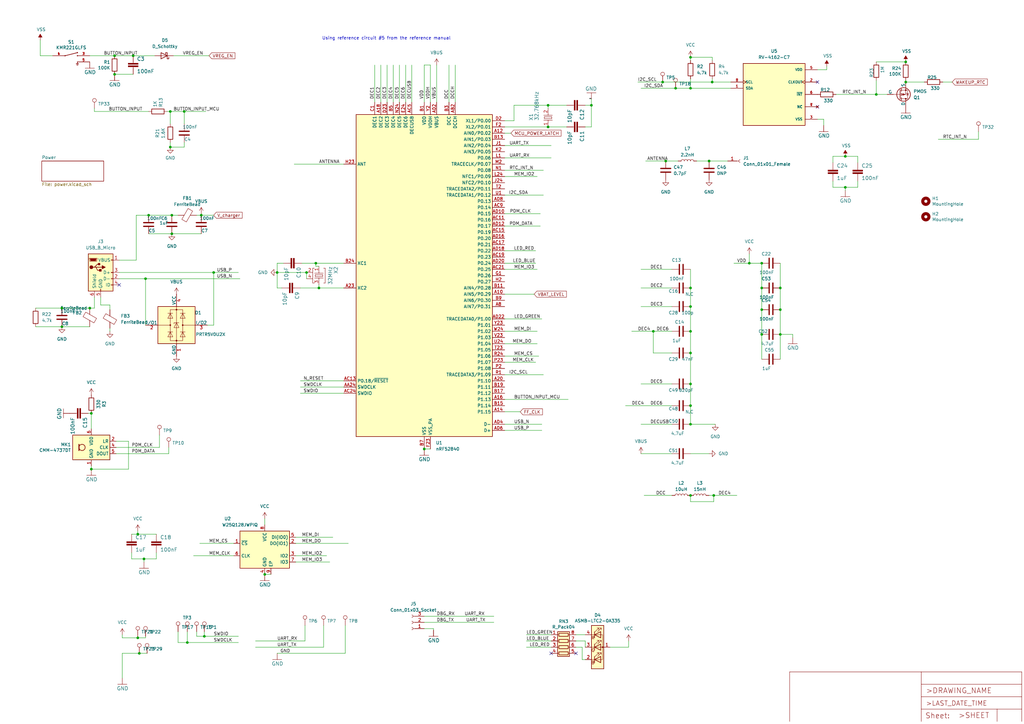
<source format=kicad_sch>
(kicad_sch (version 20230121) (generator eeschema)
  (paper "A3")
  (junction (at 312.42 127))
  (junction (at 312.42 137.16))
  (junction (at 283.21 125.73))
  (junction (at 267.97 135.89))
  (junction (at 75.565 45.72))
  (junction (at 70.485 88.265))
  (junction (at 59.055 229.235))
  (junction (at 320.04 127))
  (junction (at 113.665 111.76))
  (junction (at 57.15 267.97))
  (junction (at 283.21 36.195))
  (junction (at 283.21 144.78))
  (junction (at 36.83 126.365))
  (junction (at 283.21 157.48))
  (junction (at 54.61 22.86))
  (junction (at 60.96 88.265))
  (junction (at 271.78 33.655))
  (junction (at 56.515 219.075))
  (junction (at 346.71 76.835))
  (junction (at 25.4 133.985))
  (junction (at 69.85 45.72))
  (junction (at 371.475 25.4))
  (junction (at 82.55 88.265))
  (junction (at 371.475 33.655))
  (junction (at 242.57 43.18))
  (junction (at 292.735 203.2))
  (junction (at 76.835 263.525))
  (junction (at 320.04 137.16))
  (junction (at 83.82 260.985))
  (junction (at 87.63 111.76))
  (junction (at 277.0887 36.195))
  (junction (at 46.99 22.86))
  (junction (at 273.05 66.04))
  (junction (at 37.465 192.405))
  (junction (at 292.1 33.655))
  (junction (at 25.4 126.365))
  (junction (at 130.81 118.11))
  (junction (at 359.41 38.735))
  (junction (at 290.83 66.04))
  (junction (at 70.485 95.885))
  (junction (at 173.99 184.15))
  (junction (at 312.42 118.11))
  (junction (at 320.04 118.11))
  (junction (at 283.21 23.495))
  (junction (at 46.99 30.48))
  (junction (at 37.465 169.545))
  (junction (at 283.21 118.11))
  (junction (at 69.85 60.325))
  (junction (at 283.21 173.99))
  (junction (at 312.42 107.95))
  (junction (at 307.34 107.95))
  (junction (at 224.79 43.18))
  (junction (at 283.21 166.37))
  (junction (at 224.79 52.07))
  (junction (at 283.21 135.89))
  (junction (at 56.515 261.62))
  (junction (at 125.73 111.76))
  (junction (at 59.69 114.3))
  (junction (at 129.54 107.95))
  (junction (at 108.585 235.585))
  (junction (at 283.21 203.2))
  (junction (at 346.71 64.135))
  (no_connect (at 226.06 267.97))
  (no_connect (at 5.08 -36.83))
  (no_connect (at 236.22 267.97))
  (no_connect (at 48.895 116.84))
  (no_connect (at 335.28 43.815))
  (no_connect (at 335.28 33.655))
  (wire (pts (xy 283.21 166.37) (xy 283.21 173.99)))
  (wire (pts (xy 236.22 265.43) (xy 238.76 265.43)))
  (wire (pts (xy 179.07 26.67) (xy 179.07 41.91)))
  (wire (pts (xy 69.215 183.515) (xy 69.215 186.055)))
  (wire (pts (xy 125.73 114.3) (xy 125.73 111.76)))
  (wire (pts (xy 79.375 227.965) (xy 95.885 227.965)))
  (wire (pts (xy 283.21 205.74) (xy 292.735 205.74)))
  (wire (pts (xy 341.63 76.835) (xy 346.71 76.835)))
  (wire (pts (xy 264.795 66.04) (xy 273.05 66.04)))
  (wire (pts (xy 242.57 43.18) (xy 242.57 52.07)))
  (wire (pts (xy 207.01 153.67) (xy 222.885 153.67)))
  (wire (pts (xy 75.565 45.72) (xy 69.85 45.72)))
  (wire (pts (xy 52.705 192.405) (xy 52.705 180.975)))
  (wire (pts (xy 54.61 22.86) (xy 63.5 22.86)))
  (wire (pts (xy 262.89 125.73) (xy 275.59 125.73)))
  (wire (pts (xy 177.8 257.81) (xy 177.8 258.445)))
  (wire (pts (xy 50.165 261.62) (xy 56.515 261.62)))
  (wire (pts (xy 267.97 144.78) (xy 267.97 135.89)))
  (wire (pts (xy 70.485 95.885) (xy 82.55 95.885)))
  (wire (pts (xy 401.32 53.975) (xy 401.32 57.15)))
  (wire (pts (xy 73.025 259.08) (xy 73.025 263.525)))
  (wire (pts (xy 113.665 267.97) (xy 141.605 267.97)))
  (wire (pts (xy 111.125 235.585) (xy 108.585 235.585)))
  (wire (pts (xy 60.96 95.885) (xy 70.485 95.885)))
  (wire (pts (xy 68.58 45.72) (xy 69.85 45.72)))
  (wire (pts (xy 292.1 33.655) (xy 299.72 33.655)))
  (wire (pts (xy 207.01 130.81) (xy 222.25 130.81)))
  (wire (pts (xy 219.075 120.65) (xy 207.01 120.65)))
  (wire (pts (xy 207.01 146.05) (xy 220.98 146.05)))
  (wire (pts (xy 283.21 118.11) (xy 283.21 125.73)))
  (wire (pts (xy 325.12 137.16) (xy 325.12 138.43)))
  (wire (pts (xy 25.4 126.365) (xy 36.83 126.365)))
  (wire (pts (xy 293.37 173.99) (xy 283.21 173.99)))
  (wire (pts (xy 283.21 110.49) (xy 283.21 118.11)))
  (wire (pts (xy 320.04 107.95) (xy 320.04 118.11)))
  (wire (pts (xy 346.71 64.135) (xy 351.79 64.135)))
  (wire (pts (xy 207.01 176.53) (xy 222.25 176.53)))
  (wire (pts (xy 341.63 76.835) (xy 341.63 74.295)))
  (wire (pts (xy 41.275 121.92) (xy 41.275 125.095)))
  (wire (pts (xy 57.15 267.97) (xy 60.325 267.97)))
  (wire (pts (xy 371.475 33.655) (xy 379.095 33.655)))
  (wire (pts (xy 104.775 265.43) (xy 132.715 265.43)))
  (wire (pts (xy 46.99 22.86) (xy 54.61 22.86)))
  (wire (pts (xy 121.285 227.965) (xy 133.985 227.965)))
  (wire (pts (xy 45.085 125.095) (xy 41.275 125.095)))
  (wire (pts (xy 320.04 118.11) (xy 320.04 127)))
  (wire (pts (xy 56.515 217.805) (xy 56.515 219.075)))
  (wire (pts (xy 37.465 169.545) (xy 36.195 169.545)))
  (wire (pts (xy 292.1 23.495) (xy 292.1 24.765)))
  (wire (pts (xy 75.565 58.42) (xy 75.565 60.325)))
  (wire (pts (xy 351.79 64.135) (xy 351.79 66.675)))
  (wire (pts (xy 290.83 66.04) (xy 298.45 66.04)))
  (wire (pts (xy 108.585 212.725) (xy 108.585 215.265)))
  (wire (pts (xy 283.21 23.495) (xy 292.1 23.495)))
  (wire (pts (xy 173.99 184.15) (xy 176.53 184.15)))
  (wire (pts (xy 123.19 161.29) (xy 140.97 161.29)))
  (wire (pts (xy 207.01 72.39) (xy 220.345 72.39)))
  (wire (pts (xy 277.0887 36.195) (xy 283.21 36.195)))
  (wire (pts (xy 262.89 36.195) (xy 277.0887 36.195)))
  (wire (pts (xy 48.895 111.76) (xy 87.63 111.76)))
  (wire (pts (xy 173.99 252.73) (xy 202.565 252.73)))
  (wire (pts (xy 48.895 106.68) (xy 55.88 106.68)))
  (wire (pts (xy 207.01 64.77) (xy 226.06 64.77)))
  (wire (pts (xy 45.085 134.62) (xy 45.085 135.89)))
  (wire (pts (xy 207.01 168.91) (xy 213.36 168.91)))
  (wire (pts (xy 70.485 88.265) (xy 73.025 88.265)))
  (wire (pts (xy 80.645 260.985) (xy 83.82 260.985)))
  (wire (pts (xy 123.19 118.11) (xy 130.81 118.11)))
  (wire (pts (xy 69.85 60.325) (xy 69.85 58.42)))
  (wire (pts (xy 236.22 260.35) (xy 240.03 260.35)))
  (wire (pts (xy 257.81 265.43) (xy 257.81 262.89)))
  (wire (pts (xy 292.735 203.2) (xy 302.26 203.2)))
  (wire (pts (xy 113.665 111.76) (xy 125.73 111.76)))
  (wire (pts (xy 113.665 118.11) (xy 113.665 111.76)))
  (wire (pts (xy 129.54 109.22) (xy 129.54 107.95)))
  (wire (pts (xy 283.21 32.385) (xy 283.21 36.195)))
  (wire (pts (xy 307.34 104.14) (xy 307.34 107.95)))
  (wire (pts (xy 240.03 43.18) (xy 242.57 43.18)))
  (wire (pts (xy 312.42 137.16) (xy 312.42 147.32)))
  (wire (pts (xy 283.21 125.73) (xy 283.21 135.89)))
  (wire (pts (xy 60.96 88.265) (xy 55.88 88.265)))
  (wire (pts (xy 207.01 69.85) (xy 222.885 69.85)))
  (wire (pts (xy 87.63 111.76) (xy 97.79 111.76)))
  (wire (pts (xy 267.97 135.89) (xy 275.59 135.89)))
  (wire (pts (xy 207.01 102.87) (xy 219.71 102.87)))
  (wire (pts (xy 38.735 45.72) (xy 38.735 44.45)))
  (wire (pts (xy 283.21 36.195) (xy 299.72 36.195)))
  (wire (pts (xy 346.71 64.135) (xy 341.63 64.135)))
  (wire (pts (xy 250.19 265.43) (xy 257.81 265.43)))
  (wire (pts (xy 207.01 52.07) (xy 224.79 52.07)))
  (wire (pts (xy 207.01 49.53) (xy 210.82 49.53)))
  (wire (pts (xy 59.69 260.985) (xy 59.69 261.62)))
  (wire (pts (xy 16.51 16.51) (xy 16.51 22.86)))
  (wire (pts (xy 158.75 26.67) (xy 158.75 41.91)))
  (wire (pts (xy 166.37 26.67) (xy 166.37 41.91)))
  (wire (pts (xy 56.515 219.075) (xy 53.975 219.075)))
  (wire (pts (xy 80.645 259.08) (xy 80.645 260.985)))
  (wire (pts (xy 262.89 118.11) (xy 275.59 118.11)))
  (wire (pts (xy 207.01 140.97) (xy 220.345 140.97)))
  (wire (pts (xy 292.1 32.385) (xy 292.1 33.655)))
  (wire (pts (xy 341.63 64.135) (xy 341.63 66.675)))
  (wire (pts (xy 65.405 178.435) (xy 65.405 183.515)))
  (wire (pts (xy 76.835 263.525) (xy 97.79 263.525)))
  (wire (pts (xy 163.83 26.67) (xy 163.83 41.91)))
  (wire (pts (xy 210.82 49.53) (xy 210.82 43.18)))
  (wire (pts (xy 359.41 38.735) (xy 363.855 38.735)))
  (wire (pts (xy 371.475 33.02) (xy 371.475 33.655)))
  (wire (pts (xy 173.99 26.67) (xy 173.99 41.91)))
  (wire (pts (xy 339.09 28.575) (xy 339.09 27.305)))
  (wire (pts (xy 56.515 260.985) (xy 56.515 261.62)))
  (wire (pts (xy 14.605 133.985) (xy 25.4 133.985)))
  (wire (pts (xy 37.465 192.405) (xy 37.465 191.135)))
  (wire (pts (xy 59.055 230.505) (xy 59.055 229.235)))
  (wire (pts (xy 226.06 260.35) (xy 215.9 260.35)))
  (wire (pts (xy 153.67 26.67) (xy 153.67 41.91)))
  (wire (pts (xy 271.78 33.655) (xy 292.1 33.655)))
  (wire (pts (xy 283.21 135.89) (xy 283.21 144.78)))
  (wire (pts (xy 47.625 183.515) (xy 65.405 183.515)))
  (wire (pts (xy 386.715 33.655) (xy 390.525 33.655)))
  (wire (pts (xy 25.4 133.985) (xy 36.83 133.985)))
  (wire (pts (xy 312.42 107.95) (xy 312.42 118.11)))
  (wire (pts (xy 207.01 80.01) (xy 222.885 80.01)))
  (wire (pts (xy 207.01 54.61) (xy 209.55 54.61)))
  (wire (pts (xy 76.835 259.08) (xy 76.835 263.525)))
  (wire (pts (xy 64.135 219.075) (xy 56.515 219.075)))
  (wire (pts (xy 283.21 144.78) (xy 283.21 157.48)))
  (wire (pts (xy 113.665 111.76) (xy 113.665 107.95)))
  (wire (pts (xy 130.81 116.84) (xy 130.81 118.11)))
  (wire (pts (xy 259.08 135.89) (xy 267.97 135.89)))
  (wire (pts (xy 224.79 43.18) (xy 224.79 44.45)))
  (wire (pts (xy 64.135 229.235) (xy 64.135 226.695)))
  (wire (pts (xy 261.62 33.655) (xy 271.78 33.655)))
  (wire (pts (xy 37.465 192.405) (xy 52.705 192.405)))
  (wire (pts (xy 207.01 107.95) (xy 219.71 107.95)))
  (wire (pts (xy 320.04 137.16) (xy 320.04 147.32)))
  (wire (pts (xy 283.21 23.495) (xy 283.21 24.765)))
  (wire (pts (xy 104.775 262.89) (xy 125.095 262.89)))
  (wire (pts (xy 207.01 173.99) (xy 222.25 173.99)))
  (wire (pts (xy 262.89 173.99) (xy 275.59 173.99)))
  (wire (pts (xy 232.41 52.07) (xy 224.79 52.07)))
  (wire (pts (xy 121.285 222.885) (xy 142.875 222.885)))
  (wire (pts (xy 173.99 255.27) (xy 202.565 255.27)))
  (wire (pts (xy 47.625 186.055) (xy 69.215 186.055)))
  (wire (pts (xy 36.83 22.86) (xy 46.99 22.86)))
  (wire (pts (xy 264.16 203.2) (xy 275.59 203.2)))
  (wire (pts (xy 59.055 229.235) (xy 64.135 229.235)))
  (wire (pts (xy 238.76 270.51) (xy 240.03 270.51)))
  (wire (pts (xy 335.28 28.575) (xy 339.09 28.575)))
  (wire (pts (xy 16.51 22.86) (xy 21.59 22.86)))
  (wire (pts (xy 240.03 262.89) (xy 240.03 265.43)))
  (wire (pts (xy 207.01 59.69) (xy 226.06 59.69)))
  (wire (pts (xy 120.65 67.31) (xy 140.97 67.31)))
  (wire (pts (xy 320.04 127) (xy 320.04 137.16)))
  (wire (pts (xy 273.05 66.04) (xy 278.13 66.04)))
  (wire (pts (xy 283.21 157.48) (xy 283.21 166.37)))
  (wire (pts (xy 82.55 87.63) (xy 82.55 88.265)))
  (wire (pts (xy 283.21 203.2) (xy 283.21 205.74)))
  (wire (pts (xy 312.42 127) (xy 312.42 137.16)))
  (wire (pts (xy 52.705 180.975) (xy 47.625 180.975)))
  (wire (pts (xy 300.99 107.95) (xy 307.34 107.95)))
  (wire (pts (xy 125.095 256.54) (xy 125.095 262.89)))
  (wire (pts (xy 242.57 40.64) (xy 242.57 43.18)))
  (wire (pts (xy 275.59 144.78) (xy 267.97 144.78)))
  (wire (pts (xy 123.19 158.75) (xy 140.97 158.75)))
  (wire (pts (xy 359.41 25.4) (xy 371.475 25.4)))
  (wire (pts (xy 36.83 126.365) (xy 38.735 126.365)))
  (wire (pts (xy 121.285 230.505) (xy 135.255 230.505)))
  (wire (pts (xy 285.75 66.04) (xy 290.83 66.04)))
  (wire (pts (xy 113.665 107.95) (xy 116.205 107.95)))
  (wire (pts (xy 129.54 107.95) (xy 140.97 107.95)))
  (wire (pts (xy 132.715 265.43) (xy 132.715 256.54)))
  (wire (pts (xy 238.76 265.43) (xy 238.76 270.51)))
  (wire (pts (xy 307.34 107.95) (xy 312.42 107.95)))
  (wire (pts (xy 121.285 220.345) (xy 136.525 220.345)))
  (wire (pts (xy 210.82 43.18) (xy 224.79 43.18)))
  (wire (pts (xy 38.735 121.92) (xy 38.735 126.365)))
  (wire (pts (xy 262.89 110.49) (xy 275.59 110.49)))
  (wire (pts (xy 173.99 257.81) (xy 177.8 257.81)))
  (wire (pts (xy 186.69 26.67) (xy 186.69 41.91)))
  (wire (pts (xy 320.04 137.16) (xy 325.12 137.16)))
  (wire (pts (xy 59.69 114.3) (xy 98.425 114.3)))
  (wire (pts (xy 256.54 166.37) (xy 275.59 166.37)))
  (wire (pts (xy 335.28 48.895) (xy 337.82 48.895)))
  (wire (pts (xy 207.01 87.63) (xy 221.615 87.63)))
  (wire (pts (xy 156.21 26.67) (xy 156.21 41.91)))
  (wire (pts (xy 337.82 48.895) (xy 337.82 51.435)))
  (wire (pts (xy 59.69 261.62) (xy 56.515 261.62)))
  (wire (pts (xy 55.88 88.265) (xy 55.88 106.68)))
  (wire (pts (xy 312.42 118.11) (xy 312.42 127)))
  (wire (pts (xy 14.605 126.365) (xy 25.4 126.365)))
  (wire (pts (xy 38.735 45.72) (xy 60.96 45.72)))
  (wire (pts (xy 262.89 157.48) (xy 275.59 157.48)))
  (wire (pts (xy 346.71 78.105) (xy 346.71 76.835)))
  (wire (pts (xy 53.975 229.235) (xy 59.055 229.235)))
  (wire (pts (xy 168.91 26.67) (xy 168.91 41.91)))
  (wire (pts (xy 342.9 38.735) (xy 359.41 38.735)))
  (wire (pts (xy 283.21 186.055) (xy 290.83 186.055)))
  (wire (pts (xy 115.57 118.11) (xy 113.665 118.11)))
  (wire (pts (xy 236.22 262.89) (xy 240.03 262.89)))
  (wire (pts (xy 73.025 263.525) (xy 76.835 263.525)))
  (wire (pts (xy 207.01 92.71) (xy 221.615 92.71)))
  (wire (pts (xy 226.06 265.43) (xy 215.9 265.43)))
  (wire (pts (xy 207.01 135.89) (xy 220.345 135.89)))
  (wire (pts (xy 184.15 26.67) (xy 184.15 41.91)))
  (wire (pts (xy 292.735 205.74) (xy 292.735 203.2)))
  (wire (pts (xy 290.83 203.2) (xy 292.735 203.2)))
  (wire (pts (xy 207.01 148.59) (xy 219.71 148.59)))
  (wire (pts (xy 71.12 22.86) (xy 85.725 22.86)))
  (wire (pts (xy 359.41 33.02) (xy 359.41 38.735)))
  (wire (pts (xy 123.19 156.21) (xy 140.97 156.21)))
  (wire (pts (xy 75.565 50.8) (xy 75.565 45.72)))
  (wire (pts (xy 75.565 60.325) (xy 69.85 60.325)))
  (wire (pts (xy 82.55 88.265) (xy 87.63 88.265)))
  (wire (pts (xy 83.82 260.985) (xy 97.79 260.985)))
  (wire (pts (xy 173.99 26.67) (xy 176.53 26.67)))
  (wire (pts (xy 384.81 57.15) (xy 401.32 57.15)))
  (wire (pts (xy 130.81 109.22) (xy 129.54 109.22)))
  (wire (pts (xy 54.61 30.48) (xy 46.99 30.48)))
  (wire (pts (xy 207.01 163.83) (xy 233.045 163.83)))
  (wire (pts (xy 83.82 260.985) (xy 83.82 259.08)))
  (wire (pts (xy 242.57 52.07) (xy 240.03 52.07)))
  (wire (pts (xy 60.96 88.265) (xy 70.485 88.265)))
  (wire (pts (xy 69.85 45.72) (xy 69.85 50.8)))
  (wire (pts (xy 85.09 133.35) (xy 87.63 133.35)))
  (wire (pts (xy 232.41 43.18) (xy 224.79 43.18)))
  (wire (pts (xy 80.645 88.265) (xy 82.55 88.265)))
  (wire (pts (xy 351.79 76.835) (xy 351.79 74.295)))
  (wire (pts (xy 129.54 107.95) (xy 123.825 107.95)))
  (wire (pts (xy 59.69 133.35) (xy 59.69 114.3)))
  (wire (pts (xy 176.53 26.67) (xy 176.53 41.91)))
  (wire (pts (xy 346.71 76.835) (xy 351.79 76.835)))
  (wire (pts (xy 50.165 267.97) (xy 50.165 278.13)))
  (wire (pts (xy 53.975 229.235) (xy 53.975 226.695)))
  (wire (pts (xy 37.465 175.895) (xy 37.465 169.545)))
  (wire (pts (xy 45.085 127) (xy 45.085 125.095)))
  (wire (pts (xy 50.165 267.97) (xy 57.15 267.97)))
  (wire (pts (xy 161.29 26.67) (xy 161.29 41.91)))
  (wire (pts (xy 48.895 114.3) (xy 59.69 114.3)))
  (wire (pts (xy 81.915 222.885) (xy 95.885 222.885)))
  (wire (pts (xy 262.89 186.055) (xy 275.59 186.055)))
  (wire (pts (xy 226.06 262.89) (xy 215.9 262.89)))
  (wire (pts (xy 130.81 118.11) (xy 140.97 118.11)))
  (wire (pts (xy 87.63 111.76) (xy 87.63 133.35)))
  (wire (pts (xy 50.165 261.62) (xy 50.165 260.35)))
  (wire (pts (xy 75.565 45.72) (xy 84.455 45.72)))
  (wire (pts (xy 141.605 267.97) (xy 141.605 256.54)))
  (wire (pts (xy 207.01 110.49) (xy 220.345 110.49)))
  (text "Using reference circuit #5 from the reference manual\n" (at 132.08 16.51 0) (effects (font (size 1.27 1.27)) (justify left bottom)))
  (label "DEC5" (at 163.83 40.64 90))
  (label "MEM_CLK" (at 85.725 227.965 0))
  (label "BUTTON_INPUT" (at 58.42 45.72 180))
  (label "UART_TX" (at 191.135 255.27 0))
  (label "RTC_INT_N" (at 208.915 69.85 0))
  (label "PDM_DATA" (at 53.975 186.055 0))
  (label "MEM_CS" (at 85.725 222.885 0))
  (label "N_RESET" (at 124.46 156.21 0))
  (label "DCCH" (at 186.69 40.64 90))
  (label "DECUSB" (at 266.7 173.99 0))
  (label "UART_TX" (at 113.665 265.43 0))
  (label "BUTTON_INPUT" (at 42.545 22.86 0))
  (label "LED_BLUE" (at 215.9 262.89 0))
  (label "DEC4" (at 294.64 203.2 0))
  (label "DEC6" (at 166.37 40.64 90))
  (label "DECUSB" (at 168.91 40.64 90))
  (label "DEC4" (at 259.08 166.37 0))
  (label "MEM_DI" (at 210.82 135.89 0))
  (label "LED_RED" (at 219.075 102.87 180))
  (label "LED_GREEN" (at 221.615 130.81 180))
  (label "MEM_IO3" (at 210.82 110.49 0))
  (label "DBG_RX" (at 179.07 252.73 0))
  (label "DEC4" (at 261.62 135.89 0))
  (label "DEC6" (at 266.7 166.37 0))
  (label "PDM_CLK" (at 217.805 87.63 180))
  (label "GND" (at 114.935 267.97 0))
  (label "USB_P" (at 210.82 176.53 0))
  (label "VDDH" (at 176.53 40.64 90))
  (label "DEC3" (at 266.7 125.73 0))
  (label "GND" (at 242.57 40.64 180) (effects (font (size 0.254 0.254))))
  (label "I2C_SDA" (at 264.16 36.195 0))
  (label "DCC" (at 184.15 40.64 90))
  (label "ANTENNA" (at 265.43 66.04 0))
  (label "MEM_DO" (at 210.185 140.97 0))
  (label "I2C_SCL" (at 261.62 33.655 0))
  (label "SWDCLK" (at 124.46 158.75 0))
  (label "BUTTON_INPUT_MCU" (at 71.12 45.72 0))
  (label "UART_RX" (at 208.915 64.77 0))
  (label "VDD" (at 306.07 107.95 180))
  (label "USB_N" (at 88.9 114.3 0))
  (label "UART_RX" (at 113.665 262.89 0))
  (label "MEM_DO" (at 123.825 222.885 0))
  (label "RTC_INT_N" (at 345.44 38.735 0))
  (label "DEC3" (at 158.75 40.64 90))
  (label "DEC6" (at 269.24 135.89 0))
  (label "ANTENNA" (at 130.81 67.31 0))
  (label "VREG_EN" (at 74.93 22.86 0))
  (label "SWDIO" (at 87.63 260.985 0))
  (label "BUTTON_INPUT_MCU" (at 210.82 163.83 0))
  (label "LED_RED" (at 217.17 265.43 0))
  (label "MEM_DI" (at 123.825 220.345 0))
  (label "PDM_CLK" (at 53.975 183.515 0))
  (label "DEC4" (at 161.29 40.64 90))
  (label "I2C_SCL" (at 216.535 153.67 180))
  (label "MEM_IO3" (at 123.825 230.505 0))
  (label "DEC1" (at 153.67 40.64 90))
  (label "DEC5" (at 266.7 157.48 0))
  (label "DEC2" (at 266.7 118.11 0))
  (label "SWDIO" (at 124.46 161.29 0))
  (label "VBUS" (at 179.07 40.64 90))
  (label "MEM_CLK" (at 210.185 148.59 0))
  (label "PDM_DATA" (at 218.44 92.71 180))
  (label "USB_N" (at 210.82 173.99 0))
  (label "I2C_SDA" (at 216.535 80.01 180))
  (label "DEC2" (at 156.21 40.64 90))
  (label "SWDCLK" (at 87.63 263.525 0))
  (label "RTC_INT_N" (at 386.715 57.15 0))
  (label "DCC" (at 273.05 203.2 180))
  (label "MEM_IO2" (at 210.82 72.39 0))
  (label "UART_TX" (at 208.915 59.69 0))
  (label "LED_BLUE" (at 219.71 107.95 180))
  (label "MEM_IO2" (at 123.825 227.965 0))
  (label "LED_GREEN" (at 215.9 260.35 0))
  (label "UART_RX" (at 190.5 252.73 0))
  (label "DBG_TX" (at 179.07 255.27 0))
  (label "USB_P" (at 88.9 111.76 0))
  (label "VDD" (at 173.99 40.64 90))
  (label "DEC1" (at 266.7 110.49 0))
  (label "MEM_CS" (at 210.82 146.05 0))
  (global_label "WAKEUP_RTC" (shape input) (at 390.525 33.655 0) (property "Intersheetrefs" "${INTERSHEET_REFS}" (effects hide)))
  (global_label "MCU_POWER_LATCH" (shape input) (at 209.55 54.61 0) (property "Intersheetrefs" "${INTERSHEET_REFS}" (effects hide)))
  (global_label "VREG_EN" (shape input) (at 85.725 22.86 0) (property "Intersheetrefs" "${INTERSHEET_REFS}" (effects hide)))
  (global_label "V_charger" (shape input) (at 87.63 88.265 0) (property "Intersheetrefs" "${INTERSHEET_REFS}" (effects hide)))
  (global_label "VBAT_LEVEL" (shape input) (at 219.075 120.65 0) (property "Intersheetrefs" "${INTERSHEET_REFS}" (effects hide)))
  (global_label "FF_CLK" (shape input) (at 213.36 168.91 0) (property "Intersheetrefs" "${INTERSHEET_REFS}" (effects hide)))
  (symbol (lib_id "nRF52832_qfaa-eagle-import:CAPACITOR_0402_N") (at 54.61 25.4 0) (unit 1)
    (property "Reference" "C3" (at 56.134 25.019 0) (effects (font (size 1.4986 1.4986)) (justify left bottom)))
    (property "Value" "100nF" (at 56.134 30.099 0) (effects (font (size 1.4986 1.4986)) (justify left bottom)))
    (property "Footprint" "Capacitor_SMD:C_0402_1005Metric" (effects hide))
    (property "LCSC" "C1525" (effects hide))
  )
  (symbol (lib_id "nRF52832_qfaa-eagle-import:GND") (at 46.99 33.02 0) (mirror y) (unit 1)
    (property "Reference" "#GND02" (effects hide))
    (property "Value" "GND" (at 49.53 35.56 0) (effects (font (size 1.4986 1.4986)) (justify left bottom)))
  )
  (symbol (lib_id "Device:R") (at 46.99 26.67 0) (mirror y) (unit 1)
    (property "Reference" "R1" (at 45.212 25.5016 0) (effects (justify left)))
    (property "Value" "100K" (at 45.212 27.813 0) (effects (justify left)))
    (property "Footprint" "Resistor_SMD:R_0402_1005Metric" (effects hide))
    (property "LCSC" "C25741" (effects hide))
  )
  (symbol (lib_id "Memory_Flash:W25Q32JVZP") (at 108.585 225.425 0) (unit 1)
    (property "Reference" "U2" (at 93.345 212.725 0))
    (property "Value" "W25Q128JWPIQ" (at 98.425 215.265 0))
    (property "Footprint" "df_footprints:WSON-8-1EP_6x5mm_P1.27mm_EP3.4x4.3mm" (effects hide))
    (property "Datasheet" "http://www.winbond.com/resource-files/w25q32jv%20revg%2003272018%20plus.pdf" (effects hide))
    (property "LCSC" "C2689660" (effects hide))
  )
  (symbol (lib_id "nRF52832_qfaa-eagle-import:GND") (at 50.165 280.67 0) (mirror y) (unit 1)
    (property "Reference" "#GND018" (effects hide))
    (property "Value" "GND" (at 52.705 283.21 0) (effects (font (size 1.4986 1.4986)) (justify left bottom)))
  )
  (symbol (lib_id "nRF52832_qfaa-eagle-import:GND") (at 108.585 238.125 0) (mirror y) (unit 1)
    (property "Reference" "#GND020" (effects hide))
    (property "Value" "GND" (at 111.125 240.665 0) (effects (font (size 1.4986 1.4986)) (justify left bottom)))
  )
  (symbol (lib_id "nRF52832_qfaa-eagle-import:GND") (at 113.665 270.51 0) (mirror y) (unit 1)
    (property "Reference" "#GND015" (effects hide))
    (property "Value" "GND" (at 116.205 273.05 0) (effects (font (size 1.4986 1.4986)) (justify left bottom)))
  )
  (symbol (lib_id "nRF52832_qfaa-eagle-import:CAPACITOR_0402_N") (at 64.135 221.615 0) (unit 1)
    (property "Reference" "C18" (at 65.659 221.234 0) (effects (font (size 1.4986 1.4986)) (justify left bottom)))
    (property "Value" "100nF" (at 65.659 226.314 0) (effects (font (size 1.4986 1.4986)) (justify left bottom)))
    (property "Footprint" "Capacitor_SMD:C_0402_1005Metric" (effects hide))
    (property "LCSC" "C1525" (effects hide))
  )
  (symbol (lib_id "nRF52832_qfaa-eagle-import:CAPACITOR_0402_N") (at 53.975 221.615 0) (unit 1)
    (property "Reference" "C17" (at 55.499 221.234 0) (effects (font (size 1.4986 1.4986)) (justify left bottom)))
    (property "Value" "1uF" (at 55.499 226.314 0) (effects (font (size 1.4986 1.4986)) (justify left bottom)))
    (property "Footprint" "Capacitor_SMD:C_0402_1005Metric" (effects hide))
    (property "LCSC" "C77007" (effects hide))
  )
  (symbol (lib_id "nRF52832_qfaa-eagle-import:GND") (at 59.055 233.045 0) (mirror y) (unit 1)
    (property "Reference" "#GND019" (effects hide))
    (property "Value" "GND" (at 61.595 235.585 0) (effects (font (size 1.4986 1.4986)) (justify left bottom)))
  )
  (symbol (lib_id "nRF52832_qfaa-eagle-import:CAPACITOR_0402_N") (at 33.655 169.545 270) (unit 1)
    (property "Reference" "C15" (at 34.036 171.069 0) (effects (font (size 1.4986 1.4986)) (justify left bottom)))
    (property "Value" "100nF" (at 28.956 171.069 0) (effects (font (size 1.4986 1.4986)) (justify left bottom)))
    (property "Footprint" "Capacitor_SMD:C_0402_1005Metric" (effects hide))
    (property "LCSC" "C1525" (effects hide))
  )
  (symbol (lib_id "nRF52832_qfaa-eagle-import:GND") (at 37.465 194.945 0) (mirror y) (unit 1)
    (property "Reference" "#GND017" (effects hide))
    (property "Value" "GND" (at 40.005 197.485 0) (effects (font (size 1.4986 1.4986)) (justify left bottom)))
  )
  (symbol (lib_id "Device:R") (at 37.465 165.735 180) (unit 1)
    (property "Reference" "R3" (at 42.7228 165.735 90))
    (property "Value" "330" (at 40.4114 165.735 90))
    (property "Footprint" "Resistor_SMD:R_0402_1005Metric" (effects hide))
    (property "LCSC" "C25104" (effects hide))
  )
  (symbol (lib_id "Mechanical:MountingHole") (at 379.73 82.55 0) (unit 1)
    (property "Reference" "H1" (at 382.27 81.3816 0) (effects (justify left)))
    (property "Value" "MountingHole" (at 382.27 83.693 0) (effects (justify left)))
    (property "Footprint" "df_footprints:MountingHole_1mm" (effects hide))
  )
  (symbol (lib_id "Mechanical:MountingHole") (at 379.73 88.9 0) (unit 1)
    (property "Reference" "H2" (at 382.27 87.7316 0) (effects (justify left)))
    (property "Value" "MountingHole" (at 382.27 90.043 0) (effects (justify left)))
    (property "Footprint" "df_footprints:MountingHole_1mm" (effects hide))
  )
  (symbol (lib_id "power:VSS") (at 16.51 16.51 0) (unit 1)
    (property "Reference" "#PWR01" (effects hide))
    (property "Value" "VSS" (at 16.891 12.1158 0))
  )
  (symbol (lib_id "_button:KMR221GLFS") (at 29.21 22.86 0) (unit 1)
    (property "Reference" "S1" (at 29.21 17.2212 0))
    (property "Value" "KMR221GLFS" (at 29.21 19.5326 0))
    (property "Footprint" "df_components:SW_KMR221GLFS" (effects hide))
    (property "LCSC" "C72443" (effects hide))
  )
  (symbol (lib_id "nRF52832_qfaa-eagle-import:GND") (at 36.83 27.94 0) (mirror y) (unit 1)
    (property "Reference" "#GND0103" (effects hide))
    (property "Value" "GND" (at 39.37 30.48 0) (effects (font (size 1.4986 1.4986)) (justify left bottom)))
  )
  (symbol (lib_id "Connector:TestPoint") (at 125.095 256.54 0) (unit 1)
    (property "Reference" "TP6" (at 126.5682 254.7112 0) (effects (justify left)))
    (property "Value" "TestPoint" (effects hide))
    (property "Footprint" "TestPoint:TestPoint_Pad_D1.0mm" (effects hide))
  )
  (symbol (lib_id "Connector:TestPoint") (at 132.715 256.54 0) (unit 1)
    (property "Reference" "TP7" (at 134.1882 254.7112 0) (effects (justify left)))
    (property "Value" "TestPoint" (effects hide))
    (property "Footprint" "TestPoint:TestPoint_Pad_D1.0mm" (effects hide))
  )
  (symbol (lib_id "Connector:TestPoint") (at 141.605 256.54 0) (unit 1)
    (property "Reference" "TP8" (at 143.0782 254.7112 0) (effects (justify left)))
    (property "Value" "TestPoint" (effects hide))
    (property "Footprint" "TestPoint:TestPoint_Pad_D1.0mm" (effects hide))
  )
  (symbol (lib_id "Sensor_Audio:MP45DT02") (at 37.465 183.515 0) (unit 1)
    (property "Reference" "MK1" (at 29.1084 182.3466 0) (effects (justify right)))
    (property "Value" "CMM-4737DT" (at 29.1084 184.658 0) (effects (justify right)))
    (property "Footprint" "Sensor_Audio:ST_HLGA-6_3.76x4.72mm_P1.65mm" (effects hide))
    (property "Datasheet" "https://www.digikey.com/en/products/detail/cui-devices/CMM-4737DT-26386-TR/9748843" (effects hide))
  )
  (symbol (lib_id "nRF52832_qfaa-eagle-import:GND") (at 26.035 169.545 270) (mirror x) (unit 1)
    (property "Reference" "#GND014" (effects hide))
    (property "Value" "GND" (at 23.495 172.085 0) (effects (font (size 1.4986 1.4986)) (justify left bottom)))
  )
  (symbol (lib_id "nRF52832_qfaa-eagle-import:A4L-LOC") (at 162.56 299.72 0) (unit 1)
    (property "Reference" "#FRAME1" (effects hide))
    (property "Value" "1" (effects hide))
  )
  (symbol (lib_id "power:GND") (at 273.05 73.66 0) (unit 1)
    (property "Reference" "#PWR017" (effects hide))
    (property "Value" "GND" (at 273.05 78.74 0))
  )
  (symbol (lib_id "Device:R") (at 292.1 28.575 0) (unit 1)
    (property "Reference" "R4" (at 294.64 27.3049 0) (effects (justify left)))
    (property "Value" "4.7k" (at 294.64 29.8449 0) (effects (justify left)))
    (property "Footprint" "Resistor_SMD:R_0402_1005Metric" (effects hide))
    (property "LCSC" "C25900" (effects hide))
  )
  (symbol (lib_id "Device:C") (at 279.4 135.89 90) (unit 1)
    (property "Reference" "C14" (at 280.67 132.08 90) (effects (justify left)))
    (property "Value" "1uF" (at 279.4 139.7 90) (effects (justify left)))
    (property "Footprint" "Capacitor_SMD:C_0402_1005Metric" (effects hide))
    (property "LCSC" "C77007" (effects hide))
  )
  (symbol (lib_id "Device:R_Pack04") (at 231.14 265.43 270) (unit 1)
    (property "Reference" "RN3" (at 231.14 254.8382 90))
    (property "Value" "R_Pack04" (at 231.14 257.1496 90))
    (property "Footprint" "Resistor_SMD:R_Array_Convex_4x0402" (effects hide))
    (property "LCSC" "C25726" (effects hide))
  )
  (symbol (lib_id "power:GND") (at 72.39 146.05 0) (unit 1)
    (property "Reference" "#PWR022" (effects hide))
    (property "Value" "GND" (at 72.39 151.13 0))
  )
  (symbol (lib_id "Simulation_SPICE:PMOS") (at 368.935 38.735 0) (mirror x) (unit 1)
    (property "Reference" "Q1" (at 374.65 40.005 0) (effects (justify left)))
    (property "Value" "PMOS" (at 374.65 37.465 0) (effects (justify left)))
    (property "Footprint" "Package_TO_SOT_SMD:SOT-23" (effects hide))
    (property "Datasheet" "https://ngspice.sourceforge.io/docs/ngspice-manual.pdf" (effects hide))
    (property "Sim.Device" "PMOS" (effects hide))
    (property "Sim.Type" "VDMOS" (effects hide))
    (property "Sim.Pins" "1=D 2=G 3=S" (effects hide))
    (property "LCSC" "C332106" (effects hide))
  )
  (symbol (lib_id "Connector:Conn_01x03_Socket") (at 168.91 255.27 180) (unit 1)
    (property "Reference" "J5" (at 169.545 247.65 0))
    (property "Value" "Conn_01x03_Socket" (at 169.545 250.19 0))
    (property "Footprint" "_other:JST_SM03B-SRSS-TB_LF__SN_" (effects hide))
  )
  (symbol (lib_id "Device:R") (at 359.41 29.21 0) (unit 1)
    (property "Reference" "R23" (at 357.505 29.845 90))
    (property "Value" "1M" (at 361.95 28.575 90))
    (property "Footprint" "Resistor_SMD:R_0402_1005Metric" (effects hide))
    (property "LCSC" "C226699" (effects hide))
  )
  (symbol (lib_id "Device:C") (at 279.4 173.99 90) (unit 1)
    (property "Reference" "C50" (at 278.13 172.72 90) (effects (justify left)))
    (property "Value" "4.7uF" (at 280.67 177.8 90) (effects (justify left)))
    (property "Footprint" "Capacitor_SMD:C_0603_1608Metric" (effects hide))
    (property "LCSC" "C108342" (effects hide))
    (property "Comment" "X7R" (effects hide))
  )
  (symbol (lib_id "power:VCC") (at 37.465 161.925 0) (unit 1)
    (property "Reference" "#PWR031" (effects hide))
    (property "Value" "VCC" (at 37.465 156.845 0))
  )
  (symbol (lib_id "power:VCC") (at 56.515 217.805 0) (unit 1)
    (property "Reference" "#PWR033" (effects hide))
    (property "Value" "VCC" (at 56.515 212.725 0))
  )
  (symbol (lib_id "power:VCC") (at 257.81 262.89 0) (unit 1)
    (property "Reference" "#PWR034" (effects hide))
    (property "Value" "VCC" (at 257.81 257.81 0))
  )
  (symbol (lib_id "Device:C") (at 273.05 69.85 0) (unit 1)
    (property "Reference" "C47" (at 276.225 68.58 0) (effects (justify left)))
    (property "Value" "0.7pF" (at 276.225 71.12 0) (effects (justify left)))
    (property "Footprint" "Capacitor_SMD:C_0402_1005Metric" (effects hide))
    (property "LCSC" "C2194394" (effects hide))
  )
  (symbol (lib_id "power:VSS") (at 371.475 25.4 0) (unit 1)
    (property "Reference" "#PWR026" (effects hide))
    (property "Value" "VSS" (at 371.856 21.0058 0))
  )
  (symbol (lib_id "Connector:TestPoint") (at 277.0887 36.195 0) (unit 1)
    (property "Reference" "TP18" (at 278.5619 34.3662 0) (effects (justify left)))
    (property "Value" "TestPoint" (effects hide))
    (property "Footprint" "TestPoint:TestPoint_Pad_D1.0mm" (effects hide))
  )
  (symbol (lib_id "Device:R") (at 69.85 54.61 0) (unit 1)
    (property "Reference" "R21" (at 64.5922 54.61 90))
    (property "Value" "1.6K" (at 66.9036 54.61 90))
    (property "Footprint" "Resistor_SMD:R_0402_1005Metric" (effects hide))
    (property "LCSC" "C25867" (effects hide))
  )
  (symbol (lib_id "RV-4162-C7:RV-4162-C7") (at 317.5 38.735 0) (unit 1)
    (property "Reference" "U5" (at 317.5 20.955 0))
    (property "Value" "RV-4162-C7" (at 317.5 23.495 0))
    (property "Footprint" "df_footprints:IC_RV-4162-C7" (effects hide))
    (property "STANDARD" "Manufacturer Recommendations" (effects hide))
    (property "MAXIMUM_PACKAGE_HEIGHT" "0.8 mm" (effects hide))
    (property "PARTREV" "5.1/09.2020" (effects hide))
    (property "MANUFACTURER" "Micro Crystal" (effects hide))
  )
  (symbol (lib_id "Device:C") (at 279.4 125.73 90) (unit 1)
    (property "Reference" "C28" (at 278.13 128.27 90) (effects (justify left)))
    (property "Value" "100p" (at 284.48 128.27 90) (effects (justify left)))
    (property "Footprint" "Capacitor_SMD:C_0402_1005Metric" (effects hide))
    (property "LCSC" "C445763" (effects hide))
  )
  (symbol (lib_id "nRF52832_qfaa-eagle-import:GND") (at 325.12 140.97 0) (mirror y) (unit 1)
    (property "Reference" "#GND07" (effects hide))
    (property "Value" "GND" (at 327.66 143.51 0) (effects (font (size 1.4986 1.4986)) (justify left bottom)))
  )
  (symbol (lib_id "Device:C") (at 279.4 144.78 90) (unit 1)
    (property "Reference" "C29" (at 278.13 147.32 90) (effects (justify left)))
    (property "Value" "47nF" (at 284.48 147.32 90) (effects (justify left)))
    (property "Footprint" "Capacitor_SMD:C_0402_1005Metric" (effects hide))
    (property "LCSC" "C338148" (effects hide))
  )
  (symbol (lib_id "Device:C") (at 279.4 166.37 90) (unit 1)
    (property "Reference" "C48" (at 278.13 167.64 90) (effects (justify left)))
    (property "Value" "N.C" (at 284.48 168.91 90) (effects (justify left)))
    (property "Footprint" "Capacitor_SMD:C_0402_1005Metric" (effects hide))
  )
  (symbol (lib_id "Device:C") (at 279.4 110.49 90) (unit 1)
    (property "Reference" "C13" (at 279.4 106.68 90) (effects (justify left)))
    (property "Value" "100nF" (at 280.67 114.3 90) (effects (justify left)))
    (property "Footprint" "Capacitor_SMD:C_0402_1005Metric" (effects hide))
    (property "LCSC" "C1525" (effects hide))
  )
  (symbol (lib_id "Device:R") (at 14.605 130.175 0) (unit 1)
    (property "Reference" "R22" (at 17.145 128.9049 0) (effects (justify left)))
    (property "Value" "4.7k" (at 17.145 131.4449 0) (effects (justify left)))
    (property "Footprint" "Resistor_SMD:R_0402_1005Metric" (effects hide))
    (property "LCSC" "C25900" (effects hide))
  )
  (symbol (lib_id "Device:C") (at 316.23 147.32 90) (unit 1)
    (property "Reference" "C55" (at 317.5 143.51 90) (effects (justify left)))
    (property "Value" "1uF" (at 316.23 151.13 90) (effects (justify left)))
    (property "Footprint" "Capacitor_SMD:C_0402_1005Metric" (effects hide))
    (property "LCSC" "C77007" (effects hide))
  )
  (symbol (lib_id "power:VCC") (at 108.585 212.725 0) (unit 1)
    (property "Reference" "#PWR032" (effects hide))
    (property "Value" "VCC" (at 108.585 207.645 0))
  )
  (symbol (lib_id "Device:R") (at 371.475 29.21 0) (mirror y) (unit 1)
    (property "Reference" "R24" (at 369.697 28.0416 0) (effects (justify left)))
    (property "Value" "100K" (at 369.697 30.353 0) (effects (justify left)))
    (property "Footprint" "Resistor_SMD:R_0402_1005Metric" (effects hide))
    (property "LCSC" "C25741" (effects hide))
  )
  (symbol (lib_id "power:VBUS") (at 262.89 186.055 0) (unit 1)
    (property "Reference" "#PWR02" (effects hide))
    (property "Value" "VBUS" (at 262.89 180.975 0))
  )
  (symbol (lib_id "power:GND") (at 293.37 173.99 0) (unit 1)
    (property "Reference" "#PWR039" (effects hide))
    (property "Value" "GND" (at 293.37 179.07 0))
  )
  (symbol (lib_id "power:VBUS") (at 82.55 87.63 0) (unit 1)
    (property "Reference" "#PWR024" (effects hide))
    (property "Value" "VBUS" (at 82.55 82.55 0))
  )
  (symbol (lib_id "Device:C") (at 290.83 69.85 0) (unit 1)
    (property "Reference" "C46" (at 294.005 68.58 0) (effects (justify left)))
    (property "Value" "DNP" (at 294.005 71.12 0) (effects (justify left)))
    (property "Footprint" "Capacitor_SMD:C_0402_1005Metric" (effects hide))
  )
  (symbol (lib_id "power:GND") (at 69.85 60.325 0) (unit 1)
    (property "Reference" "#PWR020" (effects hide))
    (property "Value" "GND" (at 69.85 64.77 0))
  )
  (symbol (lib_id "Device:C") (at 75.565 54.61 0) (unit 1)
    (property "Reference" "C4" (at 75.565 57.15 0) (effects (justify left)))
    (property "Value" "100nF" (at 74.93 52.07 0) (effects (justify left)))
    (property "Footprint" "Capacitor_SMD:C_0402_1005Metric" (effects hide))
    (property "LCSC" "C1525" (effects hide))
  )
  (symbol (lib_id "power:GND") (at 25.4 133.985 0) (unit 1)
    (property "Reference" "#PWR025" (effects hide))
    (property "Value" "GND" (at 25.4 139.065 0))
  )
  (symbol (lib_id "nRF52832_qfaa-eagle-import:GND") (at 242.57 38.1 0) (mirror x) (unit 1)
    (property "Reference" "#GND01" (effects hide))
    (property "Value" "GND" (at 240.03 35.56 0) (effects (font (size 1.4986 1.4986)) (justify left bottom)))
  )
  (symbol (lib_id "nRF52832_qfaa-eagle-import:GND") (at 371.475 46.355 0) (mirror y) (unit 1)
    (property "Reference" "#GND06" (effects hide))
    (property "Value" "GND" (at 374.015 48.895 0) (effects (font (size 1.4986 1.4986)) (justify left bottom)))
  )
  (symbol (lib_id "Device:C") (at 316.23 107.95 90) (unit 1)
    (property "Reference" "C22" (at 316.23 104.14 90) (effects (justify left)))
    (property "Value" "100nF" (at 317.5 111.76 90) (effects (justify left)))
    (property "Footprint" "Capacitor_SMD:C_0402_1005Metric" (effects hide))
    (property "LCSC" "C1525" (effects hide))
  )
  (symbol (lib_id "Connector:TestPoint") (at 56.515 260.985 0) (unit 1)
    (property "Reference" "TP21" (at 57.9882 259.1562 0) (effects (justify left)))
    (property "Value" "TestPoint" (effects hide))
    (property "Footprint" "TestPoint:TestPoint_Pad_D1.0mm" (effects hide))
  )
  (symbol (lib_id "Device:L") (at 279.4 203.2 90) (unit 1)
    (property "Reference" "L2" (at 279.4 198.12 90))
    (property "Value" "10uH" (at 279.4 200.66 90))
    (property "Footprint" "Inductor_SMD:L_0402_1005Metric" (effects hide))
    (property "LCSC" "C910650" (effects hide))
  )
  (symbol (lib_id "nRF52832_qfaa-eagle-import:CAPACITOR_0402_N") (at 351.79 69.215 0) (unit 1)
    (property "Reference" "C25" (at 353.314 68.834 0) (effects (font (size 1.4986 1.4986)) (justify left bottom)))
    (property "Value" "100nF" (at 353.314 73.914 0) (effects (font (size 1.4986 1.4986)) (justify left bottom)))
    (property "Footprint" "Capacitor_SMD:C_0402_1005Metric" (effects hide))
    (property "LCSC" "C1525" (effects hide))
  )
  (symbol (lib_id "Connector:TestPoint") (at 65.405 178.435 0) (unit 1)
    (property "Reference" "TP9" (at 66.8782 176.6062 0) (effects (justify left)))
    (property "Value" "TestPoint" (effects hide))
    (property "Footprint" "TestPoint:TestPoint_Pad_D1.0mm" (effects hide))
  )
  (symbol (lib_id "power:VBUS") (at 72.39 120.65 0) (unit 1)
    (property "Reference" "#PWR023" (effects hide))
    (property "Value" "VBUS" (at 72.39 115.57 0))
  )
  (symbol (lib_id "Device:C") (at 316.23 127 90) (unit 1)
    (property "Reference" "C54" (at 316.23 123.19 90) (effects (justify left)))
    (property "Value" "100nF" (at 317.5 130.81 90) (effects (justify left)))
    (property "Footprint" "Capacitor_SMD:C_0402_1005Metric" (effects hide))
    (property "LCSC" "C1525" (effects hide))
  )
  (symbol (lib_id "power:VCC") (at 283.21 23.495 0) (unit 1)
    (property "Reference" "#PWR028" (effects hide))
    (property "Value" "VCC" (at 283.21 18.415 0))
  )
  (symbol (lib_id "Connector:TestPoint") (at 80.645 259.08 0) (unit 1)
    (property "Reference" "TP15" (at 82.1182 257.2512 0) (effects (justify left)))
    (property "Value" "TestPoint" (effects hide))
    (property "Footprint" "TestPoint:TestPoint_Pad_D1.0mm" (effects hide))
  )
  (symbol (lib_id "Device:R") (at 283.21 28.575 0) (unit 1)
    (property "Reference" "R2" (at 285.75 27.3049 0) (effects (justify left)))
    (property "Value" "4.7k" (at 285.75 29.8449 0) (effects (justify left)))
    (property "Footprint" "Resistor_SMD:R_0402_1005Metric" (effects hide))
    (property "LCSC" "C25900" (effects hide))
  )
  (symbol (lib_id "Device:R") (at 382.905 33.655 270) (unit 1)
    (property "Reference" "R25" (at 382.27 31.75 90))
    (property "Value" "330" (at 383.54 36.195 90))
    (property "Footprint" "Resistor_SMD:R_0402_1005Metric" (effects hide))
    (property "LCSC" "C25104" (effects hide))
  )
  (symbol (lib_id "nRF52832_qfaa-eagle-import:GND") (at 346.71 80.645 0) (mirror y) (unit 1)
    (property "Reference" "#GND0106" (effects hide))
    (property "Value" "GND" (at 349.25 83.185 0) (effects (font (size 1.4986 1.4986)) (justify left bottom)))
  )
  (symbol (lib_id "Device:FerriteBead") (at 45.085 130.81 180) (unit 1)
    (property "Reference" "FB3" (at 49.53 129.5908 0) (effects (justify right)))
    (property "Value" "FerriteBead" (at 49.53 132.1308 0) (effects (justify right)))
    (property "Footprint" "Inductor_SMD:L_0402_1005Metric" (effects hide))
    (property "LCSC" "C19136" (effects hide))
  )
  (symbol (lib_id "Connector:USB_B_Micro") (at 41.275 111.76 0) (unit 1)
    (property "Reference" "J3" (at 41.275 99.06 0))
    (property "Value" "USB_B_Micro" (at 41.275 101.6 0))
    (property "Footprint" "Connector_USB:USB_Micro-B_Molex-105017-0001" (effects hide))
  )
  (symbol (lib_id "Connector:Conn_01x01_Female") (at 303.53 66.04 0) (unit 1)
    (property "Reference" "J1" (at 304.8 64.7699 0) (effects (justify left)))
    (property "Value" "Conn_01x01_Female" (at 304.8 67.3099 0) (effects (justify left)))
    (property "Footprint" "Connector_PinHeader_1.00mm:PinHeader_1x01_P1.00mm_Vertical" (effects hide))
  )
  (symbol (lib_id "Connector:TestPoint") (at 69.215 183.515 0) (unit 1)
    (property "Reference" "TP10" (at 70.6882 181.6862 0) (effects (justify left)))
    (property "Value" "TestPoint" (effects hide))
    (property "Footprint" "TestPoint:TestPoint_Pad_D1.0mm" (effects hide))
  )
  (symbol (lib_id "power:VSS") (at 339.09 27.305 0) (unit 1)
    (property "Reference" "#PWR0104" (effects hide))
    (property "Value" "VSS" (at 339.471 22.9108 0))
  )
  (symbol (lib_id "power:VBUS") (at 179.07 26.67 0) (unit 1)
    (property "Reference" "#PWR041" (effects hide))
    (property "Value" "VBUS" (at 179.07 21.59 0))
  )
  (symbol (lib_id "Device:C") (at 316.23 118.11 90) (unit 1)
    (property "Reference" "C53" (at 316.23 114.3 90) (effects (justify left)))
    (property "Value" "100nF" (at 317.5 121.92 90) (effects (justify left)))
    (property "Footprint" "Capacitor_SMD:C_0402_1005Metric" (effects hide))
    (property "LCSC" "C1525" (effects hide))
  )
  (symbol (lib_id "nRF52832_qfaa-eagle-import:XTAL_32KHZ") (at 224.79 49.53 90) (unit 1)
    (property "Reference" "X1" (at 218.694 49.53 0) (effects (font (size 1.4986 1.4986)) (justify left bottom)))
    (property "Value" "32.768kHz" (at 220.98 49.53 0) (effects (font (size 1.4986 1.4986)) (justify left bottom)))
    (property "Footprint" "Crystal:Crystal_SMD_MicroCrystal_CM9V-T1A-2Pin_1.6x1.0mm" (effects hide))
    (property "Digikey" "https://www.digikey.de/de/products/detail/citizen-finedevice-co-ltd/CM1610H32768DZBT/7229893" (effects hide))
  )
  (symbol (lib_id "Device:L") (at 287.02 203.2 90) (unit 1)
    (property "Reference" "L3" (at 287.02 198.12 90))
    (property "Value" "15nH" (at 287.02 200.66 90))
    (property "Footprint" "Inductor_SMD:L_0402_1005Metric" (effects hide))
  )
  (symbol (lib_id "Connector:TestPoint") (at 271.78 33.655 0) (unit 1)
    (property "Reference" "TP5" (at 273.2532 31.8262 0) (effects (justify left)))
    (property "Value" "TestPoint" (effects hide))
    (property "Footprint" "TestPoint:TestPoint_Pad_D1.0mm" (effects hide))
  )
  (symbol (lib_id "power:VSS") (at 346.71 64.135 0) (unit 1)
    (property "Reference" "#PWR0103" (effects hide))
    (property "Value" "VSS" (at 347.091 59.7408 0))
  )
  (symbol (lib_id "Device:C") (at 70.485 92.075 0) (unit 1)
    (property "Reference" "C6" (at 66.04 89.535 0) (effects (justify left)))
    (property "Value" "1uF" (at 65.405 91.44 0) (effects (justify left)))
    (property "Footprint" "Capacitor_SMD:C_0402_1005Metric" (effects hide))
    (property "LCSC" "C77007" (effects hide))
  )
  (symbol (lib_id "Connector:TestPoint") (at 60.325 267.97 0) (unit 1)
    (property "Reference" "TP29" (at 61.7982 266.1412 0) (effects (justify left)))
    (property "Value" "TestPoint" (effects hide))
    (property "Footprint" "TestPoint:TestPoint_Pad_D1.0mm" (effects hide))
  )
  (symbol (lib_id "nRF52832_qfaa-eagle-import:XTAL_32MHZ") (at 128.27 109.22 270) (unit 1)
    (property "Reference" "X2" (at 136.906 109.22 0) (effects (font (size 1.4986 1.4986)) (justify left bottom)))
    (property "Value" "32MHz" (at 134.62 109.22 0) (effects (font (size 1.4986 1.4986)) (justify left bottom)))
    (property "Footprint" "df_components:BT-XTAL_2016_N" (effects hide))
  )
  (symbol (lib_id "Device:D_Schottky") (at 67.31 22.86 180) (unit 1)
    (property "Reference" "D5" (at 67.6275 16.51 0))
    (property "Value" "D_Schottky" (at 67.6275 19.05 0))
    (property "Footprint" "Diode_SMD:D_SOD-123F" (effects hide))
    (property "LCSC" "C223608" (effects hide))
    (property "link" "https://jlcpcb.com/partdetail/Onsemi-MBR120VLSFT1G/C223608" (effects hide))
  )
  (symbol (lib_id "Device:C") (at 279.4 186.055 90) (unit 1)
    (property "Reference" "C51" (at 278.13 184.785 90) (effects (justify left)))
    (property "Value" "4.7uF" (at 280.67 189.865 90) (effects (justify left)))
    (property "Footprint" "Capacitor_SMD:C_0603_1608Metric" (effects hide))
    (property "LCSC" "C108342" (effects hide))
    (property "Comment" "X7R" (effects hide))
  )
  (symbol (lib_id "Connector:TestPoint") (at 57.15 267.97 0) (unit 1)
    (property "Reference" "TP23" (at 58.6232 266.1412 0) (effects (justify left)))
    (property "Value" "TestPoint" (effects hide))
    (property "Footprint" "TestPoint:TestPoint_Pad_D1.0mm" (effects hide))
  )
  (symbol (lib_id "nRF52832_qfaa-eagle-import:GND") (at 337.82 53.975 0) (mirror y) (unit 1)
    (property "Reference" "#GND0105" (effects hide))
    (property "Value" "GND" (at 340.36 56.515 0) (effects (font (size 1.4986 1.4986)) (justify left bottom)))
  )
  (symbol (lib_id "Device:R") (at 64.77 45.72 270) (mirror x) (unit 1)
    (property "Reference" "R13" (at 65.9384 43.942 0) (effects (justify left)))
    (property "Value" "1K" (at 63.627 43.942 0) (effects (justify left)))
    (property "Footprint" "Resistor_SMD:R_0402_1005Metric" (effects hide))
    (property "LCSC" "C11702" (effects hide))
  )
  (symbol (lib_id "Connector:TestPoint") (at 401.32 53.975 0) (unit 1)
    (property "Reference" "TP32" (at 402.7932 52.1462 0) (effects (justify left)))
    (property "Value" "TestPoint" (effects hide))
    (property "Footprint" "TestPoint:TestPoint_Pad_D1.0mm" (effects hide))
  )
  (symbol (lib_id "Device:C") (at 279.4 118.11 90) (unit 1)
    (property "Reference" "C16" (at 278.13 119.38 90) (effects (justify left)))
    (property "Value" "N.C" (at 284.48 120.65 90) (effects (justify left)))
    (property "Footprint" "Capacitor_SMD:C_0402_1005Metric" (effects hide))
  )
  (symbol (lib_id "Connector:TestPoint") (at 73.025 259.08 0) (unit 1)
    (property "Reference" "TP17" (at 74.4982 257.2512 0) (effects (justify left)))
    (property "Value" "TestPoint" (effects hide))
    (property "Footprint" "TestPoint:TestPoint_Pad_D1.0mm" (effects hide))
  )
  (symbol (lib_id "power:GND") (at 70.485 95.885 0) (unit 1)
    (property "Reference" "#PWR021" (effects hide))
    (property "Value" "GND" (at 70.485 100.965 0))
  )
  (symbol (lib_id "Connector:TestPoint") (at 83.82 259.08 0) (unit 1)
    (property "Reference" "TP1" (at 85.2932 257.2512 0) (effects (justify left)))
    (property "Value" "TestPoint" (effects hide))
    (property "Footprint" "TestPoint:TestPoint_Pad_D1.0mm" (effects hide))
  )
  (symbol (lib_id "power:GND") (at 290.83 73.66 0) (unit 1)
    (property "Reference" "#PWR018" (effects hide))
    (property "Value" "GND" (at 290.83 78.74 0))
  )
  (symbol (lib_id "power:GND") (at 45.085 135.89 0) (unit 1)
    (property "Reference" "#PWR05" (effects hide))
    (property "Value" "GND" (at 45.085 140.97 0))
  )
  (symbol (lib_id "Connector:TestPoint") (at 76.835 259.08 0) (unit 1)
    (property "Reference" "TP3" (at 74.93 253.365 0) (effects (justify left)))
    (property "Value" "TestPoint" (effects hide))
    (property "Footprint" "TestPoint:TestPoint_Pad_D1.0mm" (effects hide))
  )
  (symbol (lib_id "Device:FerriteBead") (at 36.83 130.175 180) (unit 1)
    (property "Reference" "FB2" (at 29.845 128.27 0) (effects (justify right)))
    (property "Value" "FerriteBead" (at 24.765 126.365 0) (effects (justify right)))
    (property "Footprint" "Inductor_SMD:L_0402_1005Metric" (effects hide))
    (property "LCSC" "C19136" (effects hide))
  )
  (symbol (lib_id "Power_Protection:PRTR5V0U2X") (at 72.39 133.35 0) (unit 1)
    (property "Reference" "D1" (at 81.28 128.27 0))
    (property "Value" "PRTR5V0U2X" (at 86.36 137.16 0))
    (property "Footprint" "Package_TO_SOT_SMD:SOT-143" (effects hide))
    (property "Datasheet" "https://assets.nexperia.com/documents/data-sheet/PRTR5V0U2X.pdf" (effects hide))
    (property "LCSC" "C2827688" (effects hide))
  )
  (symbol (lib_id "Device:C") (at 60.96 92.075 0) (unit 1)
    (property "Reference" "C5" (at 60.96 94.615 0) (effects (justify left)))
    (property "Value" "100nF" (at 60.325 89.535 0) (effects (justify left)))
    (property "Footprint" "Capacitor_SMD:C_0402_1005Metric" (effects hide))
    (property "LCSC" "C1525" (effects hide))
  )
  (symbol (lib_id "nRF52832_qfaa-eagle-import:CAPACITOR_0402_N") (at 341.63 69.215 0) (unit 1)
    (property "Reference" "C24" (at 343.154 68.834 0) (effects (font (size 1.4986 1.4986)) (justify left bottom)))
    (property "Value" "1uF" (at 343.154 73.914 0) (effects (font (size 1.4986 1.4986)) (justify left bottom)))
    (property "Footprint" "Capacitor_SMD:C_0402_1005Metric" (effects hide))
    (property "LCSC" "C77007" (effects hide))
  )
  (symbol (lib_id "Device:C") (at 316.23 137.16 90) (unit 1)
    (property "Reference" "C52" (at 314.96 135.89 90) (effects (justify left)))
    (property "Value" "4.7uF" (at 317.5 140.97 90) (effects (justify left)))
    (property "Footprint" "Capacitor_SMD:C_0603_1608Metric" (effects hide))
    (property "LCSC" "C108342" (effects hide))
    (property "Comment" "X7R" (effects hide))
  )
  (symbol (lib_id "nRF52832_qfaa-eagle-import:GND") (at 177.8 260.985 0) (mirror y) (unit 1)
    (property "Reference" "#GND05" (effects hide))
    (property "Value" "GND" (at 180.34 263.525 0) (effects (font (size 1.4986 1.4986)) (justify left bottom)))
  )
  (symbol (lib_id "Connector:TestPoint") (at 59.69 260.985 0) (unit 1)
    (property "Reference" "TP22" (at 61.1632 259.1562 0) (effects (justify left)))
    (property "Value" "TestPoint" (effects hide))
    (property "Footprint" "TestPoint:TestPoint_Pad_D1.0mm" (effects hide))
  )
  (symbol (lib_id "nRF52832_qfaa-eagle-import:CAPACITOR_0402_N") (at 120.65 118.11 270) (unit 1)
    (property "Reference" "C9" (at 121.031 119.634 0) (effects (font (size 1.4986 1.4986)) (justify left bottom)))
    (property "Value" "10pF" (at 115.951 119.634 0) (effects (font (size 1.4986 1.4986)) (justify left bottom)))
    (property "Footprint" "Capacitor_SMD:C_0402_1005Metric" (effects hide))
    (property "LCSC" "C32949" (effects hide))
  )
  (symbol (lib_id "Device:C") (at 279.4 157.48 90) (unit 1)
    (property "Reference" "C49" (at 278.13 160.02 90) (effects (justify left)))
    (property "Value" "820pF" (at 284.48 160.02 90) (effects (justify left)))
    (property "Footprint" "Capacitor_SMD:C_0402_1005Metric" (effects hide))
    (property "LCSC" "C161159" (effects hide))
  )
  (symbol (lib_id "nRF52832_qfaa-eagle-import:CAPACITOR_0402_N") (at 121.285 107.95 270) (unit 1)
    (property "Reference" "C10" (at 121.666 109.474 0) (effects (font (size 1.4986 1.4986)) (justify left bottom)))
    (property "Value" "10pF" (at 116.586 109.474 0) (effects (font (size 1.4986 1.4986)) (justify left bottom)))
    (property "Footprint" "Capacitor_SMD:C_0402_1005Metric" (effects hide))
    (property "LCSC" "C32949" (effects hide))
  )
  (symbol (lib_id "Connector:TestPoint") (at 38.735 44.45 0) (unit 1)
    (property "Reference" "TP33" (at 40.2082 42.6212 0) (effects (justify left)))
    (property "Value" "TestPoint" (effects hide))
    (property "Footprint" "TestPoint:TestPoint_Pad_D1.0mm" (effects hide))
  )
  (symbol (lib_id "nRF52832_qfaa-eagle-import:CAPACITOR_0402_N") (at 237.49 43.18 270) (unit 1)
    (property "Reference" "C12" (at 237.871 44.704 0) (effects (font (size 1.4986 1.4986)) (justify left bottom)))
    (property "Value" "10pF" (at 232.791 44.704 0) (effects (font (size 1.4986 1.4986)) (justify left bottom)))
    (property "Footprint" "Capacitor_SMD:C_0402_1005Metric" (effects hide))
    (property "LCSC" "C32949" (effects hide))
  )
  (symbol (lib_id "power:VCC") (at 50.165 260.35 0) (unit 1)
    (property "Reference" "#PWR035" (effects hide))
    (property "Value" "VCC" (at 50.165 255.27 0))
  )
  (symbol (lib_id "MCU_Nordic:nRF52840") (at 173.99 113.03 0) (unit 1)
    (property "Reference" "U1" (at 178.7241 181.61 0) (effects (justify left)))
    (property "Value" "nRF52840" (at 178.7241 184.15 0) (effects (justify left)))
    (property "Footprint" "Package_DFN_QFN:Nordic_AQFN-73-1EP_7x7mm_P0.5mm" (effects hide))
    (property "Datasheet" "http://infocenter.nordicsemi.com/topic/com.nordic.infocenter.nrf52/dita/nrf52/chips/nrf52840.html" (effects hide))
    (property "LCSC" "C190794" (effects hide))
  )
  (symbol (lib_id "power:VCC") (at 307.34 104.14 0) (unit 1)
    (property "Reference" "#PWR040" (effects hide))
    (property "Value" "VCC" (at 307.34 99.06 0))
  )
  (symbol (lib_id "power:GND") (at 290.83 186.055 90) (unit 1)
    (property "Reference" "#PWR03" (effects hide))
    (property "Value" "GND" (at 294.64 186.055 90) (effects (justify right)))
  )
  (symbol (lib_id "Device:C") (at 25.4 130.175 0) (unit 1)
    (property "Reference" "C8" (at 25.4 132.715 0) (effects (justify left)))
    (property "Value" "100nF" (at 24.765 127.635 0) (effects (justify left)))
    (property "Footprint" "Capacitor_SMD:C_0402_1005Metric" (effects hide))
    (property "LCSC" "C1525" (effects hide))
  )
  (symbol (lib_id "Device:L") (at 281.94 66.04 90) (unit 1)
    (property "Reference" "L7" (at 281.94 60.96 90))
    (property "Value" "2.2nH" (at 281.94 63.5 90))
    (property "Footprint" "Inductor_SMD:L_0402_1005Metric" (effects hide))
    (property "LCSC" "C97985" (effects hide))
  )
  (symbol (lib_id "Device:R") (at 339.09 38.735 270) (unit 1)
    (property "Reference" "R12" (at 338.455 36.83 90))
    (property "Value" "330" (at 339.725 41.275 90))
    (property "Footprint" "Resistor_SMD:R_0402_1005Metric" (effects hide))
    (property "LCSC" "C25104" (effects hide))
  )
  (symbol (lib_id "nRF52832_qfaa-eagle-import:GND") (at 173.99 186.69 0) (mirror y) (unit 1)
    (property "Reference" "#GND08" (effects hide))
    (property "Value" "GND" (at 176.53 189.23 0) (effects (font (size 1.4986 1.4986)) (justify left bottom)))
  )
  (symbol (lib_id "power:GND") (at 113.665 111.76 270) (unit 1)
    (property "Reference" "#PWR016" (effects hide))
    (property "Value" "GND" (at 109.855 111.76 90) (effects (justify right)))
  )
  (symbol (lib_id "Device:FerriteBead") (at 76.835 88.265 90) (unit 1)
    (property "Reference" "FB1" (at 76.7842 81.28 90))
    (property "Value" "FerriteBead" (at 76.7842 83.82 90))
    (property "Footprint" "Inductor_SMD:L_0402_1005Metric" (effects hide))
    (property "LCSC" "C19136" (effects hide))
  )
  (symbol (lib_id "LED:ASMB-MTB0-0A3A2") (at 245.11 265.43 0) (unit 1)
    (property "Reference" "D4" (at 245.11 252.2982 0))
    (property "Value" "ASMB-LTC2-0A335" (at 245.11 254.6096 0))
    (property "Footprint" "df_footprints:LED_Cree-PLCC4_2x2mm_CW" (effects hide))
    (property "Datasheet" "https://docs.broadcom.com/docs/ASMB-LTC2-0A335-DS" (effects hide))
  )
  (symbol (lib_id "nRF52832_qfaa-eagle-import:CAPACITOR_0402_N") (at 237.49 52.07 270) (unit 1)
    (property "Reference" "C11" (at 237.871 53.594 0) (effects (font (size 1.4986 1.4986)) (justify left bottom)))
    (property "Value" "10pF" (at 232.791 53.594 0) (effects (font (size 1.4986 1.4986)) (justify left bottom)))
    (property "Footprint" "Capacitor_SMD:C_0402_1005Metric" (effects hide))
    (property "LCSC" "C32949" (effects hide))
  )
  (symbol (lib_id "Device:C") (at 82.55 92.075 0) (unit 1)
    (property "Reference" "C7" (at 82.55 94.615 0) (effects (justify left)))
    (property "Value" "100nF" (at 81.915 89.535 0) (effects (justify left)))
    (property "Footprint" "Capacitor_SMD:C_0402_1005Metric" (effects hide))
    (property "LCSC" "C1525" (effects hide))
  )
  (sheet (at 17.145 66.04) (size 25.4 8.255)
    (property "Sheetname" "Power" (at 17.145 65.3284 0) (effects (justify left bottom)))
    (property "Sheetfile" "power.kicad_sch" (at 17.145 74.8796 0) (effects (justify left top)))
  )
)
</source>
